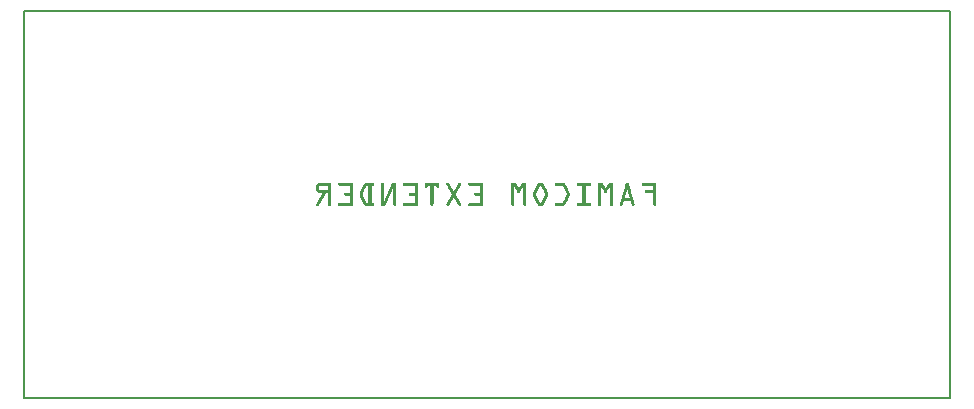
<source format=gbo>
G04 MADE WITH FRITZING*
G04 WWW.FRITZING.ORG*
G04 DOUBLE SIDED*
G04 HOLES PLATED*
G04 CONTOUR ON CENTER OF CONTOUR VECTOR*
%ASAXBY*%
%FSLAX23Y23*%
%MOIN*%
%OFA0B0*%
%SFA1.0B1.0*%
%ADD10R,3.094490X1.299210X3.078490X1.283210*%
%ADD11C,0.008000*%
%ADD12R,0.001000X0.001000*%
%LNSILK0*%
G90*
G70*
G54D11*
X4Y1295D02*
X3090Y1295D01*
X3090Y4D01*
X4Y4D01*
X4Y1295D01*
D02*
G54D12*
X992Y722D02*
X1025Y722D01*
X1054Y722D02*
X1098Y722D01*
X1147Y722D02*
X1166Y722D01*
X1231Y722D02*
X1242Y722D01*
X1271Y722D02*
X1315Y722D01*
X1339Y722D02*
X1387Y722D01*
X1488Y722D02*
X1531Y722D01*
X1628Y722D02*
X1639Y722D01*
X1665Y722D02*
X1676Y722D01*
X1724Y722D02*
X1724Y722D01*
X1777Y722D02*
X1795Y722D01*
X1850Y722D02*
X1888Y722D01*
X1917Y722D02*
X1928Y722D01*
X1954Y722D02*
X1965Y722D01*
X2066Y722D02*
X2110Y722D01*
X987Y721D02*
X1026Y721D01*
X1052Y721D02*
X1098Y721D01*
X1143Y721D02*
X1168Y721D01*
X1196Y721D02*
X1201Y721D01*
X1230Y721D02*
X1243Y721D01*
X1268Y721D02*
X1315Y721D01*
X1339Y721D02*
X1387Y721D01*
X1413Y721D02*
X1418Y721D01*
X1453Y721D02*
X1458Y721D01*
X1485Y721D02*
X1532Y721D01*
X1628Y721D02*
X1640Y721D01*
X1664Y721D02*
X1676Y721D01*
X1720Y721D02*
X1729Y721D01*
X1774Y721D02*
X1801Y721D01*
X1847Y721D02*
X1891Y721D01*
X1917Y721D02*
X1929Y721D01*
X1953Y721D02*
X1966Y721D01*
X2011Y721D02*
X2016Y721D01*
X2064Y721D02*
X2110Y721D01*
X985Y720D02*
X1026Y720D01*
X1051Y720D02*
X1098Y720D01*
X1140Y720D02*
X1169Y720D01*
X1195Y720D02*
X1202Y720D01*
X1230Y720D02*
X1243Y720D01*
X1267Y720D02*
X1315Y720D01*
X1339Y720D02*
X1387Y720D01*
X1412Y720D02*
X1419Y720D01*
X1452Y720D02*
X1459Y720D01*
X1484Y720D02*
X1532Y720D01*
X1628Y720D02*
X1641Y720D01*
X1663Y720D02*
X1676Y720D01*
X1718Y720D02*
X1731Y720D01*
X1773Y720D02*
X1803Y720D01*
X1846Y720D02*
X1892Y720D01*
X1917Y720D02*
X1930Y720D01*
X1953Y720D02*
X1966Y720D01*
X2010Y720D02*
X2017Y720D01*
X2063Y720D02*
X2110Y720D01*
X983Y719D02*
X1026Y719D01*
X1050Y719D02*
X1098Y719D01*
X1139Y719D02*
X1170Y719D01*
X1194Y719D02*
X1203Y719D01*
X1229Y719D02*
X1243Y719D01*
X1267Y719D02*
X1315Y719D01*
X1339Y719D02*
X1387Y719D01*
X1411Y719D02*
X1420Y719D01*
X1451Y719D02*
X1459Y719D01*
X1484Y719D02*
X1532Y719D01*
X1628Y719D02*
X1641Y719D01*
X1663Y719D02*
X1676Y719D01*
X1717Y719D02*
X1732Y719D01*
X1773Y719D02*
X1804Y719D01*
X1845Y719D02*
X1893Y719D01*
X1917Y719D02*
X1931Y719D01*
X1952Y719D02*
X1966Y719D01*
X2009Y719D02*
X2018Y719D01*
X2062Y719D02*
X2110Y719D01*
X982Y718D02*
X1026Y718D01*
X1050Y718D02*
X1098Y718D01*
X1138Y718D02*
X1170Y718D01*
X1194Y718D02*
X1203Y718D01*
X1229Y718D02*
X1243Y718D01*
X1266Y718D02*
X1315Y718D01*
X1339Y718D02*
X1387Y718D01*
X1411Y718D02*
X1420Y718D01*
X1450Y718D02*
X1459Y718D01*
X1483Y718D02*
X1532Y718D01*
X1628Y718D02*
X1642Y718D01*
X1662Y718D02*
X1676Y718D01*
X1716Y718D02*
X1733Y718D01*
X1772Y718D02*
X1805Y718D01*
X1845Y718D02*
X1893Y718D01*
X1917Y718D02*
X1931Y718D01*
X1951Y718D02*
X1966Y718D01*
X2009Y718D02*
X2018Y718D01*
X2062Y718D02*
X2110Y718D01*
X981Y717D02*
X1026Y717D01*
X1049Y717D02*
X1098Y717D01*
X1137Y717D02*
X1170Y717D01*
X1194Y717D02*
X1203Y717D01*
X1228Y717D02*
X1243Y717D01*
X1266Y717D02*
X1315Y717D01*
X1339Y717D02*
X1387Y717D01*
X1411Y717D02*
X1421Y717D01*
X1450Y717D02*
X1460Y717D01*
X1483Y717D02*
X1532Y717D01*
X1628Y717D02*
X1643Y717D01*
X1661Y717D02*
X1676Y717D01*
X1715Y717D02*
X1734Y717D01*
X1772Y717D02*
X1806Y717D01*
X1845Y717D02*
X1893Y717D01*
X1917Y717D02*
X1932Y717D01*
X1950Y717D02*
X1966Y717D01*
X2009Y717D02*
X2018Y717D01*
X2061Y717D02*
X2110Y717D01*
X980Y716D02*
X1026Y716D01*
X1050Y716D02*
X1098Y716D01*
X1136Y716D02*
X1170Y716D01*
X1194Y716D02*
X1203Y716D01*
X1228Y716D02*
X1243Y716D01*
X1266Y716D02*
X1315Y716D01*
X1339Y716D02*
X1387Y716D01*
X1411Y716D02*
X1421Y716D01*
X1449Y716D02*
X1460Y716D01*
X1483Y716D02*
X1532Y716D01*
X1628Y716D02*
X1644Y716D01*
X1661Y716D02*
X1676Y716D01*
X1714Y716D02*
X1735Y716D01*
X1772Y716D02*
X1807Y716D01*
X1845Y716D02*
X1893Y716D01*
X1917Y716D02*
X1933Y716D01*
X1950Y716D02*
X1966Y716D01*
X2008Y716D02*
X2019Y716D01*
X2062Y716D02*
X2110Y716D01*
X980Y715D02*
X1026Y715D01*
X1050Y715D02*
X1098Y715D01*
X1135Y715D02*
X1170Y715D01*
X1194Y715D02*
X1203Y715D01*
X1227Y715D02*
X1243Y715D01*
X1267Y715D02*
X1315Y715D01*
X1339Y715D02*
X1387Y715D01*
X1411Y715D02*
X1422Y715D01*
X1449Y715D02*
X1459Y715D01*
X1484Y715D02*
X1532Y715D01*
X1628Y715D02*
X1644Y715D01*
X1660Y715D02*
X1676Y715D01*
X1713Y715D02*
X1736Y715D01*
X1773Y715D02*
X1808Y715D01*
X1845Y715D02*
X1893Y715D01*
X1917Y715D02*
X1933Y715D01*
X1949Y715D02*
X1966Y715D01*
X2008Y715D02*
X2019Y715D01*
X2062Y715D02*
X2110Y715D01*
X979Y714D02*
X1026Y714D01*
X1051Y714D02*
X1098Y714D01*
X1135Y714D02*
X1169Y714D01*
X1194Y714D02*
X1203Y714D01*
X1227Y714D02*
X1243Y714D01*
X1267Y714D02*
X1315Y714D01*
X1339Y714D02*
X1387Y714D01*
X1412Y714D02*
X1423Y714D01*
X1448Y714D02*
X1459Y714D01*
X1484Y714D02*
X1532Y714D01*
X1628Y714D02*
X1645Y714D01*
X1659Y714D02*
X1676Y714D01*
X1713Y714D02*
X1736Y714D01*
X1773Y714D02*
X1808Y714D01*
X1846Y714D02*
X1892Y714D01*
X1917Y714D02*
X1934Y714D01*
X1948Y714D02*
X1966Y714D01*
X2008Y714D02*
X2019Y714D01*
X2063Y714D02*
X2110Y714D01*
X978Y713D02*
X1026Y713D01*
X1052Y713D02*
X1098Y713D01*
X1134Y713D02*
X1168Y713D01*
X1194Y713D02*
X1203Y713D01*
X1227Y713D02*
X1243Y713D01*
X1268Y713D02*
X1315Y713D01*
X1339Y713D02*
X1387Y713D01*
X1412Y713D02*
X1423Y713D01*
X1447Y713D02*
X1458Y713D01*
X1485Y713D02*
X1532Y713D01*
X1628Y713D02*
X1646Y713D01*
X1659Y713D02*
X1676Y713D01*
X1712Y713D02*
X1737Y713D01*
X1774Y713D02*
X1809Y713D01*
X1847Y713D02*
X1891Y713D01*
X1917Y713D02*
X1935Y713D01*
X1948Y713D02*
X1966Y713D01*
X2008Y713D02*
X2019Y713D01*
X2064Y713D02*
X2110Y713D01*
X978Y712D02*
X1026Y712D01*
X1054Y712D02*
X1098Y712D01*
X1134Y712D02*
X1166Y712D01*
X1194Y712D02*
X1203Y712D01*
X1226Y712D02*
X1243Y712D01*
X1271Y712D02*
X1315Y712D01*
X1339Y712D02*
X1387Y712D01*
X1413Y712D02*
X1424Y712D01*
X1447Y712D02*
X1458Y712D01*
X1488Y712D02*
X1532Y712D01*
X1628Y712D02*
X1646Y712D01*
X1658Y712D02*
X1676Y712D01*
X1712Y712D02*
X1737Y712D01*
X1777Y712D02*
X1809Y712D01*
X1849Y712D02*
X1889Y712D01*
X1917Y712D02*
X1936Y712D01*
X1947Y712D02*
X1966Y712D01*
X2007Y712D02*
X2020Y712D01*
X2066Y712D02*
X2110Y712D01*
X978Y711D02*
X989Y711D01*
X1017Y711D02*
X1026Y711D01*
X1089Y711D02*
X1098Y711D01*
X1133Y711D02*
X1144Y711D01*
X1151Y711D02*
X1161Y711D01*
X1194Y711D02*
X1203Y711D01*
X1226Y711D02*
X1243Y711D01*
X1306Y711D02*
X1315Y711D01*
X1339Y711D02*
X1348Y711D01*
X1358Y711D02*
X1368Y711D01*
X1378Y711D02*
X1387Y711D01*
X1414Y711D02*
X1424Y711D01*
X1446Y711D02*
X1457Y711D01*
X1523Y711D02*
X1532Y711D01*
X1628Y711D02*
X1647Y711D01*
X1657Y711D02*
X1676Y711D01*
X1711Y711D02*
X1722Y711D01*
X1727Y711D02*
X1738Y711D01*
X1799Y711D02*
X1810Y711D01*
X1864Y711D02*
X1874Y711D01*
X1917Y711D02*
X1936Y711D01*
X1946Y711D02*
X1966Y711D01*
X2007Y711D02*
X2020Y711D01*
X2101Y711D02*
X2110Y711D01*
X977Y710D02*
X987Y710D01*
X1017Y710D02*
X1026Y710D01*
X1089Y710D02*
X1098Y710D01*
X1133Y710D02*
X1143Y710D01*
X1151Y710D02*
X1161Y710D01*
X1194Y710D02*
X1203Y710D01*
X1225Y710D02*
X1243Y710D01*
X1306Y710D02*
X1315Y710D01*
X1339Y710D02*
X1348Y710D01*
X1358Y710D02*
X1368Y710D01*
X1378Y710D02*
X1387Y710D01*
X1414Y710D02*
X1425Y710D01*
X1446Y710D02*
X1456Y710D01*
X1523Y710D02*
X1532Y710D01*
X1628Y710D02*
X1648Y710D01*
X1656Y710D02*
X1676Y710D01*
X1711Y710D02*
X1721Y710D01*
X1728Y710D02*
X1738Y710D01*
X1800Y710D02*
X1810Y710D01*
X1864Y710D02*
X1874Y710D01*
X1917Y710D02*
X1937Y710D01*
X1946Y710D02*
X1966Y710D01*
X2007Y710D02*
X2020Y710D01*
X2101Y710D02*
X2110Y710D01*
X977Y709D02*
X987Y709D01*
X1017Y709D02*
X1026Y709D01*
X1089Y709D02*
X1098Y709D01*
X1132Y709D02*
X1142Y709D01*
X1151Y709D02*
X1161Y709D01*
X1194Y709D02*
X1203Y709D01*
X1225Y709D02*
X1243Y709D01*
X1306Y709D02*
X1315Y709D01*
X1339Y709D02*
X1348Y709D01*
X1358Y709D02*
X1368Y709D01*
X1378Y709D02*
X1387Y709D01*
X1415Y709D02*
X1425Y709D01*
X1445Y709D02*
X1456Y709D01*
X1523Y709D02*
X1532Y709D01*
X1628Y709D02*
X1648Y709D01*
X1656Y709D02*
X1676Y709D01*
X1710Y709D02*
X1721Y709D01*
X1728Y709D02*
X1739Y709D01*
X1800Y709D02*
X1811Y709D01*
X1864Y709D02*
X1874Y709D01*
X1917Y709D02*
X1938Y709D01*
X1945Y709D02*
X1966Y709D01*
X2006Y709D02*
X2021Y709D01*
X2101Y709D02*
X2110Y709D01*
X977Y708D02*
X986Y708D01*
X1017Y708D02*
X1026Y708D01*
X1089Y708D02*
X1098Y708D01*
X1132Y708D02*
X1142Y708D01*
X1151Y708D02*
X1161Y708D01*
X1194Y708D02*
X1203Y708D01*
X1224Y708D02*
X1243Y708D01*
X1306Y708D02*
X1315Y708D01*
X1339Y708D02*
X1348Y708D01*
X1358Y708D02*
X1368Y708D01*
X1378Y708D02*
X1387Y708D01*
X1415Y708D02*
X1426Y708D01*
X1444Y708D02*
X1455Y708D01*
X1523Y708D02*
X1532Y708D01*
X1628Y708D02*
X1649Y708D01*
X1655Y708D02*
X1676Y708D01*
X1710Y708D02*
X1720Y708D01*
X1729Y708D02*
X1739Y708D01*
X1801Y708D02*
X1811Y708D01*
X1864Y708D02*
X1874Y708D01*
X1917Y708D02*
X1938Y708D01*
X1944Y708D02*
X1966Y708D01*
X2006Y708D02*
X2021Y708D01*
X2101Y708D02*
X2110Y708D01*
X977Y707D02*
X986Y707D01*
X1017Y707D02*
X1026Y707D01*
X1089Y707D02*
X1098Y707D01*
X1131Y707D02*
X1141Y707D01*
X1151Y707D02*
X1161Y707D01*
X1194Y707D02*
X1203Y707D01*
X1224Y707D02*
X1243Y707D01*
X1306Y707D02*
X1315Y707D01*
X1339Y707D02*
X1347Y707D01*
X1358Y707D02*
X1368Y707D01*
X1379Y707D02*
X1387Y707D01*
X1416Y707D02*
X1427Y707D01*
X1444Y707D02*
X1455Y707D01*
X1523Y707D02*
X1532Y707D01*
X1628Y707D02*
X1637Y707D01*
X1639Y707D02*
X1650Y707D01*
X1654Y707D02*
X1676Y707D01*
X1709Y707D02*
X1720Y707D01*
X1729Y707D02*
X1740Y707D01*
X1801Y707D02*
X1812Y707D01*
X1864Y707D02*
X1874Y707D01*
X1917Y707D02*
X1926Y707D01*
X1928Y707D02*
X1939Y707D01*
X1943Y707D02*
X1966Y707D01*
X2006Y707D02*
X2021Y707D01*
X2101Y707D02*
X2110Y707D01*
X977Y706D02*
X986Y706D01*
X1017Y706D02*
X1026Y706D01*
X1089Y706D02*
X1098Y706D01*
X1131Y706D02*
X1141Y706D01*
X1151Y706D02*
X1161Y706D01*
X1194Y706D02*
X1203Y706D01*
X1223Y706D02*
X1243Y706D01*
X1306Y706D02*
X1315Y706D01*
X1339Y706D02*
X1347Y706D01*
X1358Y706D02*
X1368Y706D01*
X1379Y706D02*
X1387Y706D01*
X1416Y706D02*
X1427Y706D01*
X1443Y706D02*
X1454Y706D01*
X1523Y706D02*
X1532Y706D01*
X1628Y706D02*
X1637Y706D01*
X1639Y706D02*
X1651Y706D01*
X1654Y706D02*
X1665Y706D01*
X1667Y706D02*
X1676Y706D01*
X1709Y706D02*
X1719Y706D01*
X1730Y706D02*
X1740Y706D01*
X1802Y706D02*
X1812Y706D01*
X1864Y706D02*
X1874Y706D01*
X1917Y706D02*
X1926Y706D01*
X1928Y706D02*
X1940Y706D01*
X1943Y706D02*
X1954Y706D01*
X1957Y706D02*
X1966Y706D01*
X2006Y706D02*
X2022Y706D01*
X2101Y706D02*
X2110Y706D01*
X977Y705D02*
X986Y705D01*
X1017Y705D02*
X1026Y705D01*
X1089Y705D02*
X1098Y705D01*
X1130Y705D02*
X1140Y705D01*
X1151Y705D02*
X1161Y705D01*
X1194Y705D02*
X1203Y705D01*
X1223Y705D02*
X1243Y705D01*
X1306Y705D02*
X1315Y705D01*
X1340Y705D02*
X1346Y705D01*
X1358Y705D02*
X1368Y705D01*
X1380Y705D02*
X1386Y705D01*
X1417Y705D02*
X1428Y705D01*
X1443Y705D02*
X1453Y705D01*
X1523Y705D02*
X1532Y705D01*
X1628Y705D02*
X1637Y705D01*
X1640Y705D02*
X1651Y705D01*
X1653Y705D02*
X1664Y705D01*
X1667Y705D02*
X1676Y705D01*
X1708Y705D02*
X1719Y705D01*
X1730Y705D02*
X1741Y705D01*
X1802Y705D02*
X1813Y705D01*
X1864Y705D02*
X1874Y705D01*
X1917Y705D02*
X1926Y705D01*
X1929Y705D02*
X1940Y705D01*
X1942Y705D02*
X1953Y705D01*
X1957Y705D02*
X1966Y705D01*
X2005Y705D02*
X2022Y705D01*
X2101Y705D02*
X2110Y705D01*
X977Y704D02*
X986Y704D01*
X1017Y704D02*
X1026Y704D01*
X1089Y704D02*
X1098Y704D01*
X1130Y704D02*
X1140Y704D01*
X1151Y704D02*
X1161Y704D01*
X1194Y704D02*
X1203Y704D01*
X1223Y704D02*
X1243Y704D01*
X1306Y704D02*
X1315Y704D01*
X1341Y704D02*
X1345Y704D01*
X1358Y704D02*
X1368Y704D01*
X1381Y704D02*
X1384Y704D01*
X1418Y704D02*
X1428Y704D01*
X1442Y704D02*
X1453Y704D01*
X1523Y704D02*
X1532Y704D01*
X1628Y704D02*
X1637Y704D01*
X1641Y704D02*
X1664Y704D01*
X1667Y704D02*
X1676Y704D01*
X1708Y704D02*
X1718Y704D01*
X1731Y704D02*
X1741Y704D01*
X1803Y704D02*
X1813Y704D01*
X1864Y704D02*
X1874Y704D01*
X1917Y704D02*
X1926Y704D01*
X1930Y704D02*
X1953Y704D01*
X1957Y704D02*
X1966Y704D01*
X2005Y704D02*
X2022Y704D01*
X2101Y704D02*
X2110Y704D01*
X977Y703D02*
X986Y703D01*
X1017Y703D02*
X1026Y703D01*
X1089Y703D02*
X1098Y703D01*
X1129Y703D02*
X1139Y703D01*
X1151Y703D02*
X1161Y703D01*
X1194Y703D02*
X1203Y703D01*
X1222Y703D02*
X1243Y703D01*
X1306Y703D02*
X1315Y703D01*
X1358Y703D02*
X1368Y703D01*
X1418Y703D02*
X1429Y703D01*
X1442Y703D02*
X1452Y703D01*
X1523Y703D02*
X1532Y703D01*
X1628Y703D02*
X1637Y703D01*
X1641Y703D02*
X1663Y703D01*
X1667Y703D02*
X1676Y703D01*
X1707Y703D02*
X1718Y703D01*
X1731Y703D02*
X1742Y703D01*
X1803Y703D02*
X1814Y703D01*
X1864Y703D02*
X1874Y703D01*
X1917Y703D02*
X1926Y703D01*
X1931Y703D02*
X1952Y703D01*
X1957Y703D02*
X1966Y703D01*
X2005Y703D02*
X2022Y703D01*
X2101Y703D02*
X2110Y703D01*
X977Y702D02*
X986Y702D01*
X1017Y702D02*
X1026Y702D01*
X1089Y702D02*
X1098Y702D01*
X1129Y702D02*
X1139Y702D01*
X1151Y702D02*
X1161Y702D01*
X1194Y702D02*
X1203Y702D01*
X1222Y702D02*
X1232Y702D01*
X1234Y702D02*
X1243Y702D01*
X1306Y702D02*
X1315Y702D01*
X1358Y702D02*
X1368Y702D01*
X1419Y702D02*
X1430Y702D01*
X1441Y702D02*
X1452Y702D01*
X1523Y702D02*
X1532Y702D01*
X1628Y702D02*
X1637Y702D01*
X1642Y702D02*
X1662Y702D01*
X1667Y702D02*
X1676Y702D01*
X1707Y702D02*
X1717Y702D01*
X1732Y702D02*
X1742Y702D01*
X1804Y702D02*
X1814Y702D01*
X1864Y702D02*
X1874Y702D01*
X1917Y702D02*
X1926Y702D01*
X1931Y702D02*
X1951Y702D01*
X1957Y702D02*
X1966Y702D01*
X2004Y702D02*
X2023Y702D01*
X2101Y702D02*
X2110Y702D01*
X977Y701D02*
X986Y701D01*
X1017Y701D02*
X1026Y701D01*
X1089Y701D02*
X1098Y701D01*
X1128Y701D02*
X1138Y701D01*
X1151Y701D02*
X1161Y701D01*
X1194Y701D02*
X1203Y701D01*
X1221Y701D02*
X1231Y701D01*
X1234Y701D02*
X1243Y701D01*
X1306Y701D02*
X1315Y701D01*
X1358Y701D02*
X1368Y701D01*
X1419Y701D02*
X1430Y701D01*
X1440Y701D02*
X1451Y701D01*
X1523Y701D02*
X1532Y701D01*
X1628Y701D02*
X1637Y701D01*
X1643Y701D02*
X1661Y701D01*
X1667Y701D02*
X1676Y701D01*
X1706Y701D02*
X1717Y701D01*
X1732Y701D02*
X1743Y701D01*
X1804Y701D02*
X1815Y701D01*
X1864Y701D02*
X1874Y701D01*
X1917Y701D02*
X1926Y701D01*
X1932Y701D02*
X1951Y701D01*
X1957Y701D02*
X1966Y701D01*
X2004Y701D02*
X2023Y701D01*
X2101Y701D02*
X2110Y701D01*
X977Y700D02*
X987Y700D01*
X1017Y700D02*
X1026Y700D01*
X1089Y700D02*
X1098Y700D01*
X1128Y700D02*
X1138Y700D01*
X1151Y700D02*
X1161Y700D01*
X1194Y700D02*
X1203Y700D01*
X1221Y700D02*
X1231Y700D01*
X1234Y700D02*
X1243Y700D01*
X1306Y700D02*
X1315Y700D01*
X1358Y700D02*
X1368Y700D01*
X1420Y700D02*
X1431Y700D01*
X1440Y700D02*
X1451Y700D01*
X1523Y700D02*
X1532Y700D01*
X1628Y700D02*
X1637Y700D01*
X1643Y700D02*
X1661Y700D01*
X1667Y700D02*
X1676Y700D01*
X1706Y700D02*
X1716Y700D01*
X1733Y700D02*
X1743Y700D01*
X1805Y700D02*
X1815Y700D01*
X1864Y700D02*
X1874Y700D01*
X1917Y700D02*
X1926Y700D01*
X1933Y700D02*
X1950Y700D01*
X1957Y700D02*
X1966Y700D01*
X2004Y700D02*
X2023Y700D01*
X2101Y700D02*
X2110Y700D01*
X977Y699D02*
X987Y699D01*
X1017Y699D02*
X1026Y699D01*
X1089Y699D02*
X1098Y699D01*
X1127Y699D02*
X1137Y699D01*
X1151Y699D02*
X1161Y699D01*
X1194Y699D02*
X1203Y699D01*
X1220Y699D02*
X1230Y699D01*
X1234Y699D02*
X1243Y699D01*
X1306Y699D02*
X1315Y699D01*
X1358Y699D02*
X1368Y699D01*
X1421Y699D02*
X1431Y699D01*
X1439Y699D02*
X1450Y699D01*
X1523Y699D02*
X1532Y699D01*
X1628Y699D02*
X1637Y699D01*
X1644Y699D02*
X1660Y699D01*
X1667Y699D02*
X1676Y699D01*
X1705Y699D02*
X1716Y699D01*
X1733Y699D02*
X1744Y699D01*
X1805Y699D02*
X1816Y699D01*
X1864Y699D02*
X1874Y699D01*
X1917Y699D02*
X1926Y699D01*
X1933Y699D02*
X1949Y699D01*
X1957Y699D02*
X1966Y699D01*
X2004Y699D02*
X2024Y699D01*
X2101Y699D02*
X2110Y699D01*
X978Y698D02*
X988Y698D01*
X1017Y698D02*
X1026Y698D01*
X1089Y698D02*
X1098Y698D01*
X1127Y698D02*
X1137Y698D01*
X1151Y698D02*
X1161Y698D01*
X1194Y698D02*
X1203Y698D01*
X1220Y698D02*
X1230Y698D01*
X1234Y698D02*
X1243Y698D01*
X1306Y698D02*
X1315Y698D01*
X1358Y698D02*
X1368Y698D01*
X1421Y698D02*
X1432Y698D01*
X1439Y698D02*
X1449Y698D01*
X1523Y698D02*
X1532Y698D01*
X1628Y698D02*
X1637Y698D01*
X1645Y698D02*
X1659Y698D01*
X1667Y698D02*
X1676Y698D01*
X1705Y698D02*
X1715Y698D01*
X1734Y698D02*
X1744Y698D01*
X1806Y698D02*
X1816Y698D01*
X1864Y698D02*
X1874Y698D01*
X1917Y698D02*
X1926Y698D01*
X1934Y698D02*
X1949Y698D01*
X1957Y698D02*
X1966Y698D01*
X2003Y698D02*
X2024Y698D01*
X2101Y698D02*
X2110Y698D01*
X978Y697D02*
X989Y697D01*
X1017Y697D02*
X1026Y697D01*
X1089Y697D02*
X1098Y697D01*
X1126Y697D02*
X1136Y697D01*
X1151Y697D02*
X1161Y697D01*
X1194Y697D02*
X1203Y697D01*
X1219Y697D02*
X1230Y697D01*
X1234Y697D02*
X1243Y697D01*
X1306Y697D02*
X1315Y697D01*
X1358Y697D02*
X1368Y697D01*
X1422Y697D02*
X1432Y697D01*
X1438Y697D02*
X1449Y697D01*
X1523Y697D02*
X1532Y697D01*
X1628Y697D02*
X1637Y697D01*
X1646Y697D02*
X1659Y697D01*
X1667Y697D02*
X1676Y697D01*
X1704Y697D02*
X1715Y697D01*
X1734Y697D02*
X1745Y697D01*
X1807Y697D02*
X1817Y697D01*
X1864Y697D02*
X1874Y697D01*
X1917Y697D02*
X1926Y697D01*
X1935Y697D02*
X1948Y697D01*
X1957Y697D02*
X1966Y697D01*
X2003Y697D02*
X2013Y697D01*
X2015Y697D02*
X2024Y697D01*
X2101Y697D02*
X2110Y697D01*
X978Y696D02*
X1026Y696D01*
X1089Y696D02*
X1098Y696D01*
X1126Y696D02*
X1136Y696D01*
X1151Y696D02*
X1161Y696D01*
X1194Y696D02*
X1203Y696D01*
X1219Y696D02*
X1229Y696D01*
X1234Y696D02*
X1243Y696D01*
X1306Y696D02*
X1315Y696D01*
X1358Y696D02*
X1368Y696D01*
X1422Y696D02*
X1433Y696D01*
X1437Y696D02*
X1448Y696D01*
X1523Y696D02*
X1532Y696D01*
X1628Y696D02*
X1637Y696D01*
X1646Y696D02*
X1658Y696D01*
X1667Y696D02*
X1676Y696D01*
X1704Y696D02*
X1714Y696D01*
X1735Y696D02*
X1745Y696D01*
X1807Y696D02*
X1817Y696D01*
X1864Y696D02*
X1874Y696D01*
X1917Y696D02*
X1926Y696D01*
X1935Y696D02*
X1947Y696D01*
X1957Y696D02*
X1966Y696D01*
X2003Y696D02*
X2012Y696D01*
X2015Y696D02*
X2024Y696D01*
X2074Y696D02*
X2110Y696D01*
X979Y695D02*
X1026Y695D01*
X1089Y695D02*
X1098Y695D01*
X1125Y695D02*
X1135Y695D01*
X1151Y695D02*
X1161Y695D01*
X1194Y695D02*
X1203Y695D01*
X1219Y695D02*
X1229Y695D01*
X1234Y695D02*
X1243Y695D01*
X1306Y695D02*
X1315Y695D01*
X1358Y695D02*
X1368Y695D01*
X1423Y695D02*
X1434Y695D01*
X1437Y695D02*
X1448Y695D01*
X1523Y695D02*
X1532Y695D01*
X1628Y695D02*
X1637Y695D01*
X1647Y695D02*
X1657Y695D01*
X1667Y695D02*
X1676Y695D01*
X1703Y695D02*
X1714Y695D01*
X1735Y695D02*
X1746Y695D01*
X1808Y695D02*
X1818Y695D01*
X1864Y695D02*
X1874Y695D01*
X1917Y695D02*
X1926Y695D01*
X1936Y695D02*
X1946Y695D01*
X1957Y695D02*
X1966Y695D01*
X2002Y695D02*
X2012Y695D01*
X2015Y695D02*
X2025Y695D01*
X2073Y695D02*
X2110Y695D01*
X979Y694D02*
X1026Y694D01*
X1089Y694D02*
X1098Y694D01*
X1124Y694D02*
X1135Y694D01*
X1151Y694D02*
X1161Y694D01*
X1194Y694D02*
X1203Y694D01*
X1218Y694D02*
X1228Y694D01*
X1234Y694D02*
X1243Y694D01*
X1306Y694D02*
X1315Y694D01*
X1358Y694D02*
X1368Y694D01*
X1423Y694D02*
X1434Y694D01*
X1436Y694D02*
X1447Y694D01*
X1523Y694D02*
X1532Y694D01*
X1628Y694D02*
X1637Y694D01*
X1648Y694D02*
X1657Y694D01*
X1667Y694D02*
X1676Y694D01*
X1703Y694D02*
X1713Y694D01*
X1736Y694D02*
X1746Y694D01*
X1808Y694D02*
X1818Y694D01*
X1864Y694D02*
X1874Y694D01*
X1917Y694D02*
X1926Y694D01*
X1937Y694D02*
X1946Y694D01*
X1957Y694D02*
X1966Y694D01*
X2002Y694D02*
X2012Y694D01*
X2016Y694D02*
X2025Y694D01*
X2072Y694D02*
X2110Y694D01*
X980Y693D02*
X1026Y693D01*
X1089Y693D02*
X1098Y693D01*
X1124Y693D02*
X1134Y693D01*
X1151Y693D02*
X1161Y693D01*
X1194Y693D02*
X1203Y693D01*
X1218Y693D02*
X1228Y693D01*
X1234Y693D02*
X1243Y693D01*
X1306Y693D02*
X1315Y693D01*
X1358Y693D02*
X1368Y693D01*
X1424Y693D02*
X1446Y693D01*
X1523Y693D02*
X1532Y693D01*
X1628Y693D02*
X1637Y693D01*
X1648Y693D02*
X1657Y693D01*
X1667Y693D02*
X1676Y693D01*
X1702Y693D02*
X1713Y693D01*
X1736Y693D02*
X1746Y693D01*
X1809Y693D02*
X1819Y693D01*
X1864Y693D02*
X1874Y693D01*
X1917Y693D02*
X1926Y693D01*
X1937Y693D02*
X1946Y693D01*
X1957Y693D02*
X1966Y693D01*
X2002Y693D02*
X2011Y693D01*
X2016Y693D02*
X2025Y693D01*
X2072Y693D02*
X2110Y693D01*
X981Y692D02*
X1026Y692D01*
X1089Y692D02*
X1098Y692D01*
X1124Y692D02*
X1134Y692D01*
X1151Y692D02*
X1161Y692D01*
X1194Y692D02*
X1203Y692D01*
X1217Y692D02*
X1227Y692D01*
X1234Y692D02*
X1243Y692D01*
X1306Y692D02*
X1315Y692D01*
X1358Y692D02*
X1368Y692D01*
X1425Y692D02*
X1446Y692D01*
X1523Y692D02*
X1532Y692D01*
X1628Y692D02*
X1637Y692D01*
X1648Y692D02*
X1657Y692D01*
X1667Y692D02*
X1676Y692D01*
X1702Y692D02*
X1712Y692D01*
X1737Y692D02*
X1747Y692D01*
X1809Y692D02*
X1819Y692D01*
X1864Y692D02*
X1874Y692D01*
X1917Y692D02*
X1926Y692D01*
X1937Y692D02*
X1946Y692D01*
X1957Y692D02*
X1966Y692D01*
X2001Y692D02*
X2011Y692D01*
X2016Y692D02*
X2026Y692D01*
X2071Y692D02*
X2110Y692D01*
X982Y691D02*
X1026Y691D01*
X1089Y691D02*
X1098Y691D01*
X1123Y691D02*
X1133Y691D01*
X1151Y691D02*
X1161Y691D01*
X1194Y691D02*
X1203Y691D01*
X1217Y691D02*
X1227Y691D01*
X1234Y691D02*
X1243Y691D01*
X1306Y691D02*
X1315Y691D01*
X1358Y691D02*
X1368Y691D01*
X1425Y691D02*
X1445Y691D01*
X1523Y691D02*
X1532Y691D01*
X1628Y691D02*
X1637Y691D01*
X1648Y691D02*
X1657Y691D01*
X1667Y691D02*
X1676Y691D01*
X1701Y691D02*
X1712Y691D01*
X1737Y691D02*
X1747Y691D01*
X1810Y691D02*
X1820Y691D01*
X1864Y691D02*
X1874Y691D01*
X1917Y691D02*
X1926Y691D01*
X1937Y691D02*
X1946Y691D01*
X1957Y691D02*
X1966Y691D01*
X2001Y691D02*
X2011Y691D01*
X2016Y691D02*
X2026Y691D01*
X2071Y691D02*
X2110Y691D01*
X983Y690D02*
X1026Y690D01*
X1089Y690D02*
X1098Y690D01*
X1123Y690D02*
X1133Y690D01*
X1151Y690D02*
X1161Y690D01*
X1194Y690D02*
X1203Y690D01*
X1216Y690D02*
X1227Y690D01*
X1234Y690D02*
X1243Y690D01*
X1306Y690D02*
X1315Y690D01*
X1358Y690D02*
X1368Y690D01*
X1426Y690D02*
X1445Y690D01*
X1523Y690D02*
X1532Y690D01*
X1628Y690D02*
X1637Y690D01*
X1648Y690D02*
X1656Y690D01*
X1667Y690D02*
X1676Y690D01*
X1701Y690D02*
X1711Y690D01*
X1738Y690D02*
X1748Y690D01*
X1810Y690D02*
X1820Y690D01*
X1864Y690D02*
X1874Y690D01*
X1917Y690D02*
X1926Y690D01*
X1937Y690D02*
X1946Y690D01*
X1957Y690D02*
X1966Y690D01*
X2001Y690D02*
X2010Y690D01*
X2017Y690D02*
X2026Y690D01*
X2072Y690D02*
X2110Y690D01*
X984Y689D02*
X1026Y689D01*
X1089Y689D02*
X1098Y689D01*
X1123Y689D02*
X1132Y689D01*
X1151Y689D02*
X1161Y689D01*
X1194Y689D02*
X1203Y689D01*
X1216Y689D02*
X1226Y689D01*
X1234Y689D02*
X1243Y689D01*
X1306Y689D02*
X1315Y689D01*
X1358Y689D02*
X1368Y689D01*
X1426Y689D02*
X1444Y689D01*
X1523Y689D02*
X1532Y689D01*
X1628Y689D02*
X1637Y689D01*
X1648Y689D02*
X1656Y689D01*
X1667Y689D02*
X1676Y689D01*
X1701Y689D02*
X1711Y689D01*
X1738Y689D02*
X1748Y689D01*
X1811Y689D02*
X1820Y689D01*
X1864Y689D02*
X1874Y689D01*
X1917Y689D02*
X1926Y689D01*
X1937Y689D02*
X1945Y689D01*
X1957Y689D02*
X1966Y689D01*
X2001Y689D02*
X2010Y689D01*
X2017Y689D02*
X2027Y689D01*
X2072Y689D02*
X2110Y689D01*
X986Y688D02*
X1026Y688D01*
X1074Y688D02*
X1098Y688D01*
X1122Y688D02*
X1132Y688D01*
X1151Y688D02*
X1161Y688D01*
X1194Y688D02*
X1203Y688D01*
X1216Y688D02*
X1226Y688D01*
X1234Y688D02*
X1243Y688D01*
X1290Y688D02*
X1315Y688D01*
X1358Y688D02*
X1368Y688D01*
X1427Y688D02*
X1444Y688D01*
X1507Y688D02*
X1532Y688D01*
X1628Y688D02*
X1637Y688D01*
X1649Y688D02*
X1655Y688D01*
X1667Y688D02*
X1676Y688D01*
X1701Y688D02*
X1710Y688D01*
X1739Y688D02*
X1748Y688D01*
X1811Y688D02*
X1820Y688D01*
X1864Y688D02*
X1874Y688D01*
X1917Y688D02*
X1926Y688D01*
X1938Y688D02*
X1944Y688D01*
X1957Y688D02*
X1966Y688D01*
X2000Y688D02*
X2010Y688D01*
X2017Y688D02*
X2027Y688D01*
X2073Y688D02*
X2110Y688D01*
X988Y687D02*
X1026Y687D01*
X1071Y687D02*
X1098Y687D01*
X1122Y687D02*
X1132Y687D01*
X1151Y687D02*
X1161Y687D01*
X1194Y687D02*
X1203Y687D01*
X1215Y687D02*
X1225Y687D01*
X1234Y687D02*
X1243Y687D01*
X1288Y687D02*
X1315Y687D01*
X1358Y687D02*
X1368Y687D01*
X1428Y687D02*
X1443Y687D01*
X1505Y687D02*
X1532Y687D01*
X1628Y687D02*
X1637Y687D01*
X1650Y687D02*
X1654Y687D01*
X1667Y687D02*
X1676Y687D01*
X1700Y687D02*
X1710Y687D01*
X1739Y687D02*
X1748Y687D01*
X1811Y687D02*
X1821Y687D01*
X1864Y687D02*
X1874Y687D01*
X1917Y687D02*
X1926Y687D01*
X1940Y687D02*
X1943Y687D01*
X1957Y687D02*
X1966Y687D01*
X2000Y687D02*
X2010Y687D01*
X2018Y687D02*
X2027Y687D01*
X2074Y687D02*
X2110Y687D01*
X998Y686D02*
X1009Y686D01*
X1017Y686D02*
X1026Y686D01*
X1070Y686D02*
X1098Y686D01*
X1122Y686D02*
X1131Y686D01*
X1151Y686D02*
X1161Y686D01*
X1194Y686D02*
X1203Y686D01*
X1215Y686D02*
X1225Y686D01*
X1234Y686D02*
X1243Y686D01*
X1287Y686D02*
X1315Y686D01*
X1358Y686D02*
X1368Y686D01*
X1428Y686D02*
X1442Y686D01*
X1504Y686D02*
X1532Y686D01*
X1628Y686D02*
X1637Y686D01*
X1667Y686D02*
X1676Y686D01*
X1700Y686D02*
X1709Y686D01*
X1739Y686D02*
X1749Y686D01*
X1812Y686D02*
X1821Y686D01*
X1864Y686D02*
X1874Y686D01*
X1917Y686D02*
X1926Y686D01*
X1957Y686D02*
X1966Y686D01*
X2000Y686D02*
X2009Y686D01*
X2018Y686D02*
X2027Y686D01*
X2101Y686D02*
X2110Y686D01*
X997Y685D02*
X1008Y685D01*
X1017Y685D02*
X1026Y685D01*
X1070Y685D02*
X1098Y685D01*
X1122Y685D02*
X1131Y685D01*
X1151Y685D02*
X1161Y685D01*
X1194Y685D02*
X1203Y685D01*
X1214Y685D02*
X1224Y685D01*
X1234Y685D02*
X1243Y685D01*
X1287Y685D02*
X1315Y685D01*
X1358Y685D02*
X1368Y685D01*
X1429Y685D02*
X1442Y685D01*
X1503Y685D02*
X1532Y685D01*
X1628Y685D02*
X1637Y685D01*
X1667Y685D02*
X1676Y685D01*
X1700Y685D02*
X1709Y685D01*
X1739Y685D02*
X1749Y685D01*
X1812Y685D02*
X1821Y685D01*
X1864Y685D02*
X1874Y685D01*
X1917Y685D02*
X1926Y685D01*
X1957Y685D02*
X1966Y685D01*
X1999Y685D02*
X2009Y685D01*
X2018Y685D02*
X2028Y685D01*
X2101Y685D02*
X2110Y685D01*
X997Y684D02*
X1007Y684D01*
X1017Y684D02*
X1026Y684D01*
X1069Y684D02*
X1098Y684D01*
X1122Y684D02*
X1131Y684D01*
X1151Y684D02*
X1161Y684D01*
X1194Y684D02*
X1203Y684D01*
X1214Y684D02*
X1224Y684D01*
X1234Y684D02*
X1243Y684D01*
X1286Y684D02*
X1315Y684D01*
X1358Y684D02*
X1368Y684D01*
X1429Y684D02*
X1441Y684D01*
X1503Y684D02*
X1532Y684D01*
X1628Y684D02*
X1637Y684D01*
X1667Y684D02*
X1676Y684D01*
X1700Y684D02*
X1709Y684D01*
X1740Y684D02*
X1749Y684D01*
X1812Y684D02*
X1821Y684D01*
X1864Y684D02*
X1874Y684D01*
X1917Y684D02*
X1926Y684D01*
X1957Y684D02*
X1966Y684D01*
X1999Y684D02*
X2009Y684D01*
X2018Y684D02*
X2028Y684D01*
X2101Y684D02*
X2110Y684D01*
X996Y683D02*
X1007Y683D01*
X1017Y683D02*
X1026Y683D01*
X1069Y683D02*
X1098Y683D01*
X1122Y683D02*
X1131Y683D01*
X1151Y683D02*
X1161Y683D01*
X1194Y683D02*
X1203Y683D01*
X1213Y683D02*
X1223Y683D01*
X1234Y683D02*
X1243Y683D01*
X1286Y683D02*
X1315Y683D01*
X1358Y683D02*
X1368Y683D01*
X1430Y683D02*
X1441Y683D01*
X1503Y683D02*
X1532Y683D01*
X1628Y683D02*
X1637Y683D01*
X1667Y683D02*
X1676Y683D01*
X1700Y683D02*
X1709Y683D01*
X1740Y683D02*
X1749Y683D01*
X1812Y683D02*
X1821Y683D01*
X1864Y683D02*
X1874Y683D01*
X1917Y683D02*
X1926Y683D01*
X1957Y683D02*
X1966Y683D01*
X1999Y683D02*
X2008Y683D01*
X2019Y683D02*
X2028Y683D01*
X2101Y683D02*
X2110Y683D01*
X996Y682D02*
X1006Y682D01*
X1017Y682D02*
X1026Y682D01*
X1069Y682D02*
X1098Y682D01*
X1122Y682D02*
X1131Y682D01*
X1151Y682D02*
X1161Y682D01*
X1194Y682D02*
X1203Y682D01*
X1213Y682D02*
X1223Y682D01*
X1234Y682D02*
X1243Y682D01*
X1286Y682D02*
X1315Y682D01*
X1358Y682D02*
X1368Y682D01*
X1429Y682D02*
X1441Y682D01*
X1503Y682D02*
X1532Y682D01*
X1628Y682D02*
X1637Y682D01*
X1667Y682D02*
X1676Y682D01*
X1700Y682D02*
X1709Y682D01*
X1740Y682D02*
X1749Y682D01*
X1812Y682D02*
X1821Y682D01*
X1864Y682D02*
X1874Y682D01*
X1917Y682D02*
X1926Y682D01*
X1957Y682D02*
X1966Y682D01*
X1999Y682D02*
X2008Y682D01*
X2019Y682D02*
X2029Y682D01*
X2101Y682D02*
X2110Y682D01*
X995Y681D02*
X1006Y681D01*
X1017Y681D02*
X1026Y681D01*
X1070Y681D02*
X1098Y681D01*
X1122Y681D02*
X1131Y681D01*
X1151Y681D02*
X1161Y681D01*
X1194Y681D02*
X1203Y681D01*
X1212Y681D02*
X1223Y681D01*
X1234Y681D02*
X1243Y681D01*
X1287Y681D02*
X1315Y681D01*
X1358Y681D02*
X1368Y681D01*
X1429Y681D02*
X1442Y681D01*
X1504Y681D02*
X1532Y681D01*
X1628Y681D02*
X1637Y681D01*
X1667Y681D02*
X1676Y681D01*
X1700Y681D02*
X1709Y681D01*
X1739Y681D02*
X1749Y681D01*
X1812Y681D02*
X1821Y681D01*
X1864Y681D02*
X1874Y681D01*
X1917Y681D02*
X1926Y681D01*
X1957Y681D02*
X1966Y681D01*
X1998Y681D02*
X2008Y681D01*
X2019Y681D02*
X2029Y681D01*
X2101Y681D02*
X2110Y681D01*
X994Y680D02*
X1005Y680D01*
X1017Y680D02*
X1026Y680D01*
X1070Y680D02*
X1098Y680D01*
X1122Y680D02*
X1131Y680D01*
X1151Y680D02*
X1161Y680D01*
X1194Y680D02*
X1203Y680D01*
X1212Y680D02*
X1222Y680D01*
X1234Y680D02*
X1243Y680D01*
X1287Y680D02*
X1315Y680D01*
X1358Y680D02*
X1368Y680D01*
X1428Y680D02*
X1442Y680D01*
X1504Y680D02*
X1532Y680D01*
X1628Y680D02*
X1637Y680D01*
X1667Y680D02*
X1676Y680D01*
X1700Y680D02*
X1710Y680D01*
X1739Y680D02*
X1749Y680D01*
X1812Y680D02*
X1821Y680D01*
X1864Y680D02*
X1874Y680D01*
X1917Y680D02*
X1926Y680D01*
X1957Y680D02*
X1966Y680D01*
X1998Y680D02*
X2008Y680D01*
X2020Y680D02*
X2029Y680D01*
X2101Y680D02*
X2110Y680D01*
X994Y679D02*
X1005Y679D01*
X1017Y679D02*
X1026Y679D01*
X1072Y679D02*
X1098Y679D01*
X1122Y679D02*
X1132Y679D01*
X1151Y679D02*
X1161Y679D01*
X1194Y679D02*
X1203Y679D01*
X1212Y679D02*
X1222Y679D01*
X1234Y679D02*
X1243Y679D01*
X1288Y679D02*
X1315Y679D01*
X1358Y679D02*
X1368Y679D01*
X1428Y679D02*
X1443Y679D01*
X1505Y679D02*
X1532Y679D01*
X1628Y679D02*
X1637Y679D01*
X1667Y679D02*
X1676Y679D01*
X1700Y679D02*
X1710Y679D01*
X1739Y679D02*
X1748Y679D01*
X1811Y679D02*
X1821Y679D01*
X1864Y679D02*
X1874Y679D01*
X1917Y679D02*
X1926Y679D01*
X1957Y679D02*
X1966Y679D01*
X1998Y679D02*
X2007Y679D01*
X2020Y679D02*
X2029Y679D01*
X2101Y679D02*
X2110Y679D01*
X993Y678D02*
X1004Y678D01*
X1017Y678D02*
X1026Y678D01*
X1089Y678D02*
X1098Y678D01*
X1122Y678D02*
X1132Y678D01*
X1151Y678D02*
X1161Y678D01*
X1194Y678D02*
X1203Y678D01*
X1211Y678D02*
X1221Y678D01*
X1234Y678D02*
X1243Y678D01*
X1306Y678D02*
X1315Y678D01*
X1358Y678D02*
X1368Y678D01*
X1427Y678D02*
X1444Y678D01*
X1522Y678D02*
X1532Y678D01*
X1628Y678D02*
X1637Y678D01*
X1667Y678D02*
X1676Y678D01*
X1701Y678D02*
X1710Y678D01*
X1739Y678D02*
X1748Y678D01*
X1811Y678D02*
X1820Y678D01*
X1864Y678D02*
X1874Y678D01*
X1917Y678D02*
X1926Y678D01*
X1957Y678D02*
X1966Y678D01*
X1997Y678D02*
X2007Y678D01*
X2020Y678D02*
X2030Y678D01*
X2101Y678D02*
X2110Y678D01*
X993Y677D02*
X1003Y677D01*
X1017Y677D02*
X1026Y677D01*
X1089Y677D02*
X1098Y677D01*
X1123Y677D02*
X1132Y677D01*
X1151Y677D02*
X1161Y677D01*
X1194Y677D02*
X1203Y677D01*
X1211Y677D02*
X1221Y677D01*
X1234Y677D02*
X1243Y677D01*
X1306Y677D02*
X1315Y677D01*
X1358Y677D02*
X1368Y677D01*
X1426Y677D02*
X1444Y677D01*
X1523Y677D02*
X1532Y677D01*
X1628Y677D02*
X1637Y677D01*
X1667Y677D02*
X1676Y677D01*
X1701Y677D02*
X1711Y677D01*
X1738Y677D02*
X1748Y677D01*
X1811Y677D02*
X1820Y677D01*
X1864Y677D02*
X1874Y677D01*
X1917Y677D02*
X1926Y677D01*
X1957Y677D02*
X1966Y677D01*
X1997Y677D02*
X2007Y677D01*
X2020Y677D02*
X2030Y677D01*
X2101Y677D02*
X2110Y677D01*
X992Y676D02*
X1003Y676D01*
X1017Y676D02*
X1026Y676D01*
X1089Y676D02*
X1098Y676D01*
X1123Y676D02*
X1133Y676D01*
X1151Y676D02*
X1161Y676D01*
X1194Y676D02*
X1203Y676D01*
X1210Y676D02*
X1220Y676D01*
X1234Y676D02*
X1243Y676D01*
X1306Y676D02*
X1315Y676D01*
X1358Y676D02*
X1368Y676D01*
X1426Y676D02*
X1445Y676D01*
X1523Y676D02*
X1532Y676D01*
X1628Y676D02*
X1637Y676D01*
X1667Y676D02*
X1676Y676D01*
X1701Y676D02*
X1711Y676D01*
X1738Y676D02*
X1748Y676D01*
X1810Y676D02*
X1820Y676D01*
X1864Y676D02*
X1874Y676D01*
X1917Y676D02*
X1926Y676D01*
X1957Y676D02*
X1966Y676D01*
X1997Y676D02*
X2006Y676D01*
X2021Y676D02*
X2030Y676D01*
X2101Y676D02*
X2110Y676D01*
X991Y675D02*
X1002Y675D01*
X1017Y675D02*
X1026Y675D01*
X1089Y675D02*
X1098Y675D01*
X1123Y675D02*
X1133Y675D01*
X1151Y675D02*
X1161Y675D01*
X1194Y675D02*
X1203Y675D01*
X1210Y675D02*
X1220Y675D01*
X1234Y675D02*
X1243Y675D01*
X1306Y675D02*
X1315Y675D01*
X1358Y675D02*
X1368Y675D01*
X1425Y675D02*
X1445Y675D01*
X1523Y675D02*
X1532Y675D01*
X1628Y675D02*
X1637Y675D01*
X1667Y675D02*
X1676Y675D01*
X1702Y675D02*
X1712Y675D01*
X1737Y675D02*
X1747Y675D01*
X1809Y675D02*
X1820Y675D01*
X1864Y675D02*
X1874Y675D01*
X1917Y675D02*
X1926Y675D01*
X1957Y675D02*
X1966Y675D01*
X1997Y675D02*
X2006Y675D01*
X2021Y675D02*
X2031Y675D01*
X2101Y675D02*
X2110Y675D01*
X991Y674D02*
X1002Y674D01*
X1017Y674D02*
X1026Y674D01*
X1089Y674D02*
X1098Y674D01*
X1124Y674D02*
X1134Y674D01*
X1151Y674D02*
X1161Y674D01*
X1194Y674D02*
X1203Y674D01*
X1209Y674D02*
X1219Y674D01*
X1234Y674D02*
X1243Y674D01*
X1306Y674D02*
X1315Y674D01*
X1358Y674D02*
X1368Y674D01*
X1425Y674D02*
X1446Y674D01*
X1523Y674D02*
X1532Y674D01*
X1628Y674D02*
X1637Y674D01*
X1667Y674D02*
X1676Y674D01*
X1702Y674D02*
X1712Y674D01*
X1737Y674D02*
X1747Y674D01*
X1809Y674D02*
X1819Y674D01*
X1864Y674D02*
X1874Y674D01*
X1917Y674D02*
X1926Y674D01*
X1957Y674D02*
X1966Y674D01*
X1996Y674D02*
X2006Y674D01*
X2021Y674D02*
X2031Y674D01*
X2101Y674D02*
X2110Y674D01*
X990Y673D02*
X1001Y673D01*
X1017Y673D02*
X1026Y673D01*
X1089Y673D02*
X1098Y673D01*
X1124Y673D02*
X1134Y673D01*
X1151Y673D02*
X1161Y673D01*
X1194Y673D02*
X1203Y673D01*
X1209Y673D02*
X1219Y673D01*
X1234Y673D02*
X1243Y673D01*
X1306Y673D02*
X1315Y673D01*
X1358Y673D02*
X1368Y673D01*
X1424Y673D02*
X1447Y673D01*
X1523Y673D02*
X1532Y673D01*
X1628Y673D02*
X1637Y673D01*
X1667Y673D02*
X1676Y673D01*
X1702Y673D02*
X1713Y673D01*
X1736Y673D02*
X1746Y673D01*
X1808Y673D02*
X1819Y673D01*
X1864Y673D02*
X1874Y673D01*
X1917Y673D02*
X1926Y673D01*
X1957Y673D02*
X1966Y673D01*
X1996Y673D02*
X2005Y673D01*
X2022Y673D02*
X2031Y673D01*
X2101Y673D02*
X2110Y673D01*
X990Y672D02*
X1000Y672D01*
X1017Y672D02*
X1026Y672D01*
X1089Y672D02*
X1098Y672D01*
X1125Y672D02*
X1135Y672D01*
X1151Y672D02*
X1161Y672D01*
X1194Y672D02*
X1203Y672D01*
X1209Y672D02*
X1219Y672D01*
X1234Y672D02*
X1243Y672D01*
X1306Y672D02*
X1315Y672D01*
X1358Y672D02*
X1368Y672D01*
X1423Y672D02*
X1434Y672D01*
X1436Y672D02*
X1447Y672D01*
X1523Y672D02*
X1532Y672D01*
X1628Y672D02*
X1637Y672D01*
X1667Y672D02*
X1676Y672D01*
X1703Y672D02*
X1713Y672D01*
X1736Y672D02*
X1746Y672D01*
X1808Y672D02*
X1818Y672D01*
X1864Y672D02*
X1874Y672D01*
X1917Y672D02*
X1926Y672D01*
X1957Y672D02*
X1966Y672D01*
X1996Y672D02*
X2005Y672D01*
X2022Y672D02*
X2032Y672D01*
X2101Y672D02*
X2110Y672D01*
X989Y671D02*
X1000Y671D01*
X1017Y671D02*
X1026Y671D01*
X1089Y671D02*
X1098Y671D01*
X1125Y671D02*
X1135Y671D01*
X1151Y671D02*
X1161Y671D01*
X1194Y671D02*
X1203Y671D01*
X1208Y671D02*
X1218Y671D01*
X1234Y671D02*
X1243Y671D01*
X1306Y671D02*
X1315Y671D01*
X1358Y671D02*
X1368Y671D01*
X1423Y671D02*
X1434Y671D01*
X1437Y671D02*
X1448Y671D01*
X1523Y671D02*
X1532Y671D01*
X1628Y671D02*
X1637Y671D01*
X1667Y671D02*
X1676Y671D01*
X1703Y671D02*
X1714Y671D01*
X1735Y671D02*
X1745Y671D01*
X1807Y671D02*
X1818Y671D01*
X1864Y671D02*
X1874Y671D01*
X1917Y671D02*
X1926Y671D01*
X1957Y671D02*
X1966Y671D01*
X1995Y671D02*
X2032Y671D01*
X2101Y671D02*
X2110Y671D01*
X989Y670D02*
X999Y670D01*
X1017Y670D02*
X1026Y670D01*
X1089Y670D02*
X1098Y670D01*
X1126Y670D02*
X1136Y670D01*
X1151Y670D02*
X1161Y670D01*
X1194Y670D02*
X1203Y670D01*
X1208Y670D02*
X1218Y670D01*
X1234Y670D02*
X1243Y670D01*
X1306Y670D02*
X1315Y670D01*
X1358Y670D02*
X1368Y670D01*
X1422Y670D02*
X1433Y670D01*
X1437Y670D02*
X1448Y670D01*
X1523Y670D02*
X1532Y670D01*
X1628Y670D02*
X1637Y670D01*
X1667Y670D02*
X1676Y670D01*
X1704Y670D02*
X1714Y670D01*
X1735Y670D02*
X1745Y670D01*
X1807Y670D02*
X1817Y670D01*
X1864Y670D02*
X1874Y670D01*
X1917Y670D02*
X1926Y670D01*
X1957Y670D02*
X1966Y670D01*
X1995Y670D02*
X2032Y670D01*
X2101Y670D02*
X2110Y670D01*
X988Y669D02*
X999Y669D01*
X1017Y669D02*
X1026Y669D01*
X1089Y669D02*
X1098Y669D01*
X1126Y669D02*
X1136Y669D01*
X1151Y669D02*
X1161Y669D01*
X1194Y669D02*
X1203Y669D01*
X1207Y669D02*
X1217Y669D01*
X1234Y669D02*
X1243Y669D01*
X1306Y669D02*
X1315Y669D01*
X1358Y669D02*
X1368Y669D01*
X1422Y669D02*
X1432Y669D01*
X1438Y669D02*
X1449Y669D01*
X1523Y669D02*
X1532Y669D01*
X1628Y669D02*
X1637Y669D01*
X1667Y669D02*
X1676Y669D01*
X1704Y669D02*
X1715Y669D01*
X1734Y669D02*
X1744Y669D01*
X1806Y669D02*
X1817Y669D01*
X1864Y669D02*
X1874Y669D01*
X1917Y669D02*
X1926Y669D01*
X1957Y669D02*
X1966Y669D01*
X1995Y669D02*
X2032Y669D01*
X2101Y669D02*
X2110Y669D01*
X987Y668D02*
X998Y668D01*
X1017Y668D02*
X1026Y668D01*
X1089Y668D02*
X1098Y668D01*
X1127Y668D02*
X1137Y668D01*
X1151Y668D02*
X1161Y668D01*
X1194Y668D02*
X1203Y668D01*
X1207Y668D02*
X1217Y668D01*
X1234Y668D02*
X1243Y668D01*
X1306Y668D02*
X1315Y668D01*
X1358Y668D02*
X1368Y668D01*
X1421Y668D02*
X1432Y668D01*
X1439Y668D02*
X1449Y668D01*
X1523Y668D02*
X1532Y668D01*
X1628Y668D02*
X1637Y668D01*
X1667Y668D02*
X1676Y668D01*
X1705Y668D02*
X1715Y668D01*
X1734Y668D02*
X1744Y668D01*
X1806Y668D02*
X1816Y668D01*
X1864Y668D02*
X1874Y668D01*
X1917Y668D02*
X1926Y668D01*
X1957Y668D02*
X1966Y668D01*
X1995Y668D02*
X2033Y668D01*
X2101Y668D02*
X2110Y668D01*
X987Y667D02*
X998Y667D01*
X1017Y667D02*
X1026Y667D01*
X1089Y667D02*
X1098Y667D01*
X1127Y667D02*
X1137Y667D01*
X1151Y667D02*
X1161Y667D01*
X1194Y667D02*
X1203Y667D01*
X1206Y667D02*
X1216Y667D01*
X1234Y667D02*
X1243Y667D01*
X1306Y667D02*
X1315Y667D01*
X1358Y667D02*
X1368Y667D01*
X1421Y667D02*
X1431Y667D01*
X1439Y667D02*
X1450Y667D01*
X1523Y667D02*
X1532Y667D01*
X1628Y667D02*
X1637Y667D01*
X1667Y667D02*
X1676Y667D01*
X1705Y667D02*
X1716Y667D01*
X1733Y667D02*
X1743Y667D01*
X1805Y667D02*
X1816Y667D01*
X1864Y667D02*
X1874Y667D01*
X1917Y667D02*
X1926Y667D01*
X1957Y667D02*
X1966Y667D01*
X1994Y667D02*
X2033Y667D01*
X2101Y667D02*
X2110Y667D01*
X986Y666D02*
X997Y666D01*
X1017Y666D02*
X1026Y666D01*
X1089Y666D02*
X1098Y666D01*
X1128Y666D02*
X1138Y666D01*
X1151Y666D02*
X1161Y666D01*
X1194Y666D02*
X1203Y666D01*
X1206Y666D02*
X1216Y666D01*
X1234Y666D02*
X1243Y666D01*
X1306Y666D02*
X1315Y666D01*
X1358Y666D02*
X1368Y666D01*
X1420Y666D02*
X1431Y666D01*
X1440Y666D02*
X1451Y666D01*
X1523Y666D02*
X1532Y666D01*
X1628Y666D02*
X1637Y666D01*
X1667Y666D02*
X1676Y666D01*
X1706Y666D02*
X1716Y666D01*
X1733Y666D02*
X1743Y666D01*
X1805Y666D02*
X1815Y666D01*
X1864Y666D02*
X1874Y666D01*
X1917Y666D02*
X1926Y666D01*
X1957Y666D02*
X1966Y666D01*
X1994Y666D02*
X2033Y666D01*
X2101Y666D02*
X2110Y666D01*
X986Y665D02*
X996Y665D01*
X1017Y665D02*
X1026Y665D01*
X1089Y665D02*
X1098Y665D01*
X1128Y665D02*
X1138Y665D01*
X1151Y665D02*
X1161Y665D01*
X1194Y665D02*
X1203Y665D01*
X1205Y665D02*
X1216Y665D01*
X1234Y665D02*
X1243Y665D01*
X1306Y665D02*
X1315Y665D01*
X1358Y665D02*
X1368Y665D01*
X1419Y665D02*
X1430Y665D01*
X1440Y665D02*
X1451Y665D01*
X1523Y665D02*
X1532Y665D01*
X1628Y665D02*
X1637Y665D01*
X1667Y665D02*
X1676Y665D01*
X1706Y665D02*
X1717Y665D01*
X1732Y665D02*
X1743Y665D01*
X1804Y665D02*
X1815Y665D01*
X1864Y665D02*
X1874Y665D01*
X1917Y665D02*
X1926Y665D01*
X1957Y665D02*
X1966Y665D01*
X1994Y665D02*
X2034Y665D01*
X2101Y665D02*
X2110Y665D01*
X985Y664D02*
X996Y664D01*
X1017Y664D02*
X1026Y664D01*
X1089Y664D02*
X1098Y664D01*
X1129Y664D02*
X1139Y664D01*
X1151Y664D02*
X1161Y664D01*
X1194Y664D02*
X1203Y664D01*
X1205Y664D02*
X1215Y664D01*
X1234Y664D02*
X1243Y664D01*
X1306Y664D02*
X1315Y664D01*
X1358Y664D02*
X1368Y664D01*
X1419Y664D02*
X1429Y664D01*
X1441Y664D02*
X1452Y664D01*
X1523Y664D02*
X1532Y664D01*
X1628Y664D02*
X1637Y664D01*
X1667Y664D02*
X1676Y664D01*
X1707Y664D02*
X1717Y664D01*
X1732Y664D02*
X1742Y664D01*
X1804Y664D02*
X1814Y664D01*
X1864Y664D02*
X1874Y664D01*
X1917Y664D02*
X1926Y664D01*
X1957Y664D02*
X1966Y664D01*
X1993Y664D02*
X2034Y664D01*
X2101Y664D02*
X2110Y664D01*
X984Y663D02*
X995Y663D01*
X1017Y663D02*
X1026Y663D01*
X1089Y663D02*
X1098Y663D01*
X1129Y663D02*
X1139Y663D01*
X1151Y663D02*
X1161Y663D01*
X1194Y663D02*
X1203Y663D01*
X1205Y663D02*
X1215Y663D01*
X1234Y663D02*
X1243Y663D01*
X1306Y663D02*
X1315Y663D01*
X1358Y663D02*
X1368Y663D01*
X1418Y663D02*
X1429Y663D01*
X1442Y663D02*
X1452Y663D01*
X1523Y663D02*
X1532Y663D01*
X1628Y663D02*
X1637Y663D01*
X1667Y663D02*
X1676Y663D01*
X1707Y663D02*
X1718Y663D01*
X1731Y663D02*
X1742Y663D01*
X1803Y663D02*
X1814Y663D01*
X1864Y663D02*
X1874Y663D01*
X1917Y663D02*
X1926Y663D01*
X1957Y663D02*
X1966Y663D01*
X1993Y663D02*
X2034Y663D01*
X2101Y663D02*
X2110Y663D01*
X984Y662D02*
X995Y662D01*
X1017Y662D02*
X1026Y662D01*
X1089Y662D02*
X1098Y662D01*
X1129Y662D02*
X1140Y662D01*
X1151Y662D02*
X1161Y662D01*
X1194Y662D02*
X1214Y662D01*
X1234Y662D02*
X1243Y662D01*
X1306Y662D02*
X1315Y662D01*
X1358Y662D02*
X1368Y662D01*
X1418Y662D02*
X1428Y662D01*
X1442Y662D02*
X1453Y662D01*
X1523Y662D02*
X1532Y662D01*
X1628Y662D02*
X1637Y662D01*
X1667Y662D02*
X1676Y662D01*
X1708Y662D02*
X1718Y662D01*
X1731Y662D02*
X1741Y662D01*
X1803Y662D02*
X1813Y662D01*
X1864Y662D02*
X1874Y662D01*
X1917Y662D02*
X1926Y662D01*
X1957Y662D02*
X1966Y662D01*
X1993Y662D02*
X2034Y662D01*
X2101Y662D02*
X2110Y662D01*
X983Y661D02*
X994Y661D01*
X1017Y661D02*
X1026Y661D01*
X1089Y661D02*
X1098Y661D01*
X1130Y661D02*
X1140Y661D01*
X1151Y661D02*
X1161Y661D01*
X1194Y661D02*
X1214Y661D01*
X1234Y661D02*
X1243Y661D01*
X1306Y661D02*
X1315Y661D01*
X1358Y661D02*
X1368Y661D01*
X1417Y661D02*
X1428Y661D01*
X1443Y661D02*
X1454Y661D01*
X1523Y661D02*
X1532Y661D01*
X1628Y661D02*
X1637Y661D01*
X1667Y661D02*
X1676Y661D01*
X1708Y661D02*
X1719Y661D01*
X1730Y661D02*
X1741Y661D01*
X1802Y661D02*
X1813Y661D01*
X1864Y661D02*
X1874Y661D01*
X1917Y661D02*
X1926Y661D01*
X1957Y661D02*
X1966Y661D01*
X1992Y661D02*
X2002Y661D01*
X2025Y661D02*
X2035Y661D01*
X2101Y661D02*
X2110Y661D01*
X983Y660D02*
X993Y660D01*
X1017Y660D02*
X1026Y660D01*
X1089Y660D02*
X1098Y660D01*
X1130Y660D02*
X1141Y660D01*
X1151Y660D02*
X1161Y660D01*
X1194Y660D02*
X1213Y660D01*
X1234Y660D02*
X1243Y660D01*
X1306Y660D02*
X1315Y660D01*
X1358Y660D02*
X1368Y660D01*
X1416Y660D02*
X1427Y660D01*
X1443Y660D02*
X1454Y660D01*
X1523Y660D02*
X1532Y660D01*
X1628Y660D02*
X1637Y660D01*
X1667Y660D02*
X1676Y660D01*
X1709Y660D02*
X1719Y660D01*
X1730Y660D02*
X1740Y660D01*
X1802Y660D02*
X1812Y660D01*
X1864Y660D02*
X1874Y660D01*
X1917Y660D02*
X1926Y660D01*
X1957Y660D02*
X1966Y660D01*
X1992Y660D02*
X2002Y660D01*
X2026Y660D02*
X2035Y660D01*
X2101Y660D02*
X2110Y660D01*
X982Y659D02*
X993Y659D01*
X1017Y659D02*
X1026Y659D01*
X1089Y659D02*
X1098Y659D01*
X1131Y659D02*
X1141Y659D01*
X1151Y659D02*
X1161Y659D01*
X1194Y659D02*
X1213Y659D01*
X1234Y659D02*
X1243Y659D01*
X1306Y659D02*
X1315Y659D01*
X1358Y659D02*
X1368Y659D01*
X1416Y659D02*
X1427Y659D01*
X1444Y659D02*
X1455Y659D01*
X1523Y659D02*
X1532Y659D01*
X1628Y659D02*
X1637Y659D01*
X1667Y659D02*
X1676Y659D01*
X1709Y659D02*
X1720Y659D01*
X1729Y659D02*
X1740Y659D01*
X1801Y659D02*
X1812Y659D01*
X1864Y659D02*
X1874Y659D01*
X1917Y659D02*
X1926Y659D01*
X1957Y659D02*
X1966Y659D01*
X1992Y659D02*
X2001Y659D01*
X2026Y659D02*
X2035Y659D01*
X2101Y659D02*
X2110Y659D01*
X982Y658D02*
X992Y658D01*
X1017Y658D02*
X1026Y658D01*
X1089Y658D02*
X1098Y658D01*
X1131Y658D02*
X1142Y658D01*
X1151Y658D02*
X1161Y658D01*
X1194Y658D02*
X1212Y658D01*
X1234Y658D02*
X1243Y658D01*
X1306Y658D02*
X1315Y658D01*
X1358Y658D02*
X1368Y658D01*
X1415Y658D02*
X1426Y658D01*
X1444Y658D02*
X1455Y658D01*
X1523Y658D02*
X1532Y658D01*
X1628Y658D02*
X1637Y658D01*
X1667Y658D02*
X1676Y658D01*
X1710Y658D02*
X1720Y658D01*
X1729Y658D02*
X1739Y658D01*
X1801Y658D02*
X1811Y658D01*
X1864Y658D02*
X1874Y658D01*
X1917Y658D02*
X1926Y658D01*
X1957Y658D02*
X1966Y658D01*
X1992Y658D02*
X2001Y658D01*
X2026Y658D02*
X2036Y658D01*
X2101Y658D02*
X2110Y658D01*
X981Y657D02*
X992Y657D01*
X1017Y657D02*
X1026Y657D01*
X1089Y657D02*
X1098Y657D01*
X1132Y657D02*
X1142Y657D01*
X1151Y657D02*
X1161Y657D01*
X1194Y657D02*
X1212Y657D01*
X1234Y657D02*
X1243Y657D01*
X1306Y657D02*
X1315Y657D01*
X1358Y657D02*
X1368Y657D01*
X1415Y657D02*
X1425Y657D01*
X1445Y657D02*
X1456Y657D01*
X1523Y657D02*
X1532Y657D01*
X1628Y657D02*
X1637Y657D01*
X1667Y657D02*
X1676Y657D01*
X1710Y657D02*
X1721Y657D01*
X1728Y657D02*
X1739Y657D01*
X1800Y657D02*
X1811Y657D01*
X1864Y657D02*
X1874Y657D01*
X1917Y657D02*
X1926Y657D01*
X1957Y657D02*
X1966Y657D01*
X1991Y657D02*
X2001Y657D01*
X2026Y657D02*
X2036Y657D01*
X2101Y657D02*
X2110Y657D01*
X980Y656D02*
X991Y656D01*
X1017Y656D02*
X1026Y656D01*
X1089Y656D02*
X1098Y656D01*
X1132Y656D02*
X1143Y656D01*
X1151Y656D02*
X1161Y656D01*
X1194Y656D02*
X1212Y656D01*
X1234Y656D02*
X1243Y656D01*
X1306Y656D02*
X1315Y656D01*
X1358Y656D02*
X1368Y656D01*
X1414Y656D02*
X1425Y656D01*
X1446Y656D02*
X1456Y656D01*
X1523Y656D02*
X1532Y656D01*
X1628Y656D02*
X1637Y656D01*
X1667Y656D02*
X1676Y656D01*
X1711Y656D02*
X1721Y656D01*
X1728Y656D02*
X1738Y656D01*
X1800Y656D02*
X1810Y656D01*
X1864Y656D02*
X1874Y656D01*
X1917Y656D02*
X1926Y656D01*
X1957Y656D02*
X1966Y656D01*
X1991Y656D02*
X2000Y656D01*
X2027Y656D02*
X2036Y656D01*
X2101Y656D02*
X2110Y656D01*
X980Y655D02*
X991Y655D01*
X1017Y655D02*
X1026Y655D01*
X1089Y655D02*
X1098Y655D01*
X1133Y655D02*
X1144Y655D01*
X1151Y655D02*
X1161Y655D01*
X1194Y655D02*
X1211Y655D01*
X1234Y655D02*
X1243Y655D01*
X1306Y655D02*
X1315Y655D01*
X1358Y655D02*
X1368Y655D01*
X1413Y655D02*
X1424Y655D01*
X1446Y655D02*
X1457Y655D01*
X1523Y655D02*
X1532Y655D01*
X1628Y655D02*
X1637Y655D01*
X1667Y655D02*
X1676Y655D01*
X1711Y655D02*
X1722Y655D01*
X1727Y655D02*
X1738Y655D01*
X1799Y655D02*
X1810Y655D01*
X1864Y655D02*
X1874Y655D01*
X1917Y655D02*
X1926Y655D01*
X1957Y655D02*
X1966Y655D01*
X1991Y655D02*
X2000Y655D01*
X2027Y655D02*
X2036Y655D01*
X2101Y655D02*
X2110Y655D01*
X979Y654D02*
X990Y654D01*
X1017Y654D02*
X1026Y654D01*
X1054Y654D02*
X1098Y654D01*
X1133Y654D02*
X1166Y654D01*
X1194Y654D02*
X1211Y654D01*
X1234Y654D02*
X1243Y654D01*
X1271Y654D02*
X1315Y654D01*
X1358Y654D02*
X1368Y654D01*
X1413Y654D02*
X1424Y654D01*
X1447Y654D02*
X1458Y654D01*
X1487Y654D02*
X1532Y654D01*
X1628Y654D02*
X1637Y654D01*
X1667Y654D02*
X1676Y654D01*
X1712Y654D02*
X1737Y654D01*
X1777Y654D02*
X1809Y654D01*
X1849Y654D02*
X1889Y654D01*
X1917Y654D02*
X1926Y654D01*
X1957Y654D02*
X1966Y654D01*
X1990Y654D02*
X2000Y654D01*
X2027Y654D02*
X2037Y654D01*
X2101Y654D02*
X2110Y654D01*
X979Y653D02*
X989Y653D01*
X1017Y653D02*
X1026Y653D01*
X1051Y653D02*
X1098Y653D01*
X1134Y653D02*
X1169Y653D01*
X1194Y653D02*
X1210Y653D01*
X1234Y653D02*
X1243Y653D01*
X1268Y653D02*
X1315Y653D01*
X1358Y653D02*
X1368Y653D01*
X1412Y653D02*
X1423Y653D01*
X1447Y653D02*
X1458Y653D01*
X1485Y653D02*
X1532Y653D01*
X1628Y653D02*
X1637Y653D01*
X1667Y653D02*
X1676Y653D01*
X1712Y653D02*
X1737Y653D01*
X1774Y653D02*
X1809Y653D01*
X1847Y653D02*
X1891Y653D01*
X1917Y653D02*
X1926Y653D01*
X1957Y653D02*
X1966Y653D01*
X1990Y653D02*
X2000Y653D01*
X2028Y653D02*
X2037Y653D01*
X2101Y653D02*
X2110Y653D01*
X978Y652D02*
X989Y652D01*
X1017Y652D02*
X1026Y652D01*
X1050Y652D02*
X1098Y652D01*
X1134Y652D02*
X1169Y652D01*
X1194Y652D02*
X1210Y652D01*
X1234Y652D02*
X1243Y652D01*
X1267Y652D02*
X1315Y652D01*
X1358Y652D02*
X1368Y652D01*
X1412Y652D02*
X1422Y652D01*
X1448Y652D02*
X1459Y652D01*
X1484Y652D02*
X1532Y652D01*
X1628Y652D02*
X1637Y652D01*
X1667Y652D02*
X1676Y652D01*
X1713Y652D02*
X1736Y652D01*
X1773Y652D02*
X1808Y652D01*
X1846Y652D02*
X1892Y652D01*
X1917Y652D02*
X1926Y652D01*
X1957Y652D02*
X1966Y652D01*
X1990Y652D02*
X1999Y652D01*
X2028Y652D02*
X2037Y652D01*
X2101Y652D02*
X2110Y652D01*
X978Y651D02*
X988Y651D01*
X1017Y651D02*
X1026Y651D01*
X1050Y651D02*
X1098Y651D01*
X1135Y651D02*
X1170Y651D01*
X1194Y651D02*
X1209Y651D01*
X1234Y651D02*
X1243Y651D01*
X1267Y651D02*
X1315Y651D01*
X1358Y651D02*
X1368Y651D01*
X1411Y651D02*
X1422Y651D01*
X1449Y651D02*
X1459Y651D01*
X1484Y651D02*
X1532Y651D01*
X1628Y651D02*
X1637Y651D01*
X1667Y651D02*
X1676Y651D01*
X1713Y651D02*
X1735Y651D01*
X1773Y651D02*
X1808Y651D01*
X1845Y651D02*
X1893Y651D01*
X1917Y651D02*
X1926Y651D01*
X1957Y651D02*
X1966Y651D01*
X1990Y651D02*
X1999Y651D01*
X2028Y651D02*
X2038Y651D01*
X2101Y651D02*
X2110Y651D01*
X977Y650D02*
X988Y650D01*
X1017Y650D02*
X1026Y650D01*
X1050Y650D02*
X1098Y650D01*
X1136Y650D02*
X1170Y650D01*
X1194Y650D02*
X1209Y650D01*
X1234Y650D02*
X1243Y650D01*
X1266Y650D02*
X1315Y650D01*
X1358Y650D02*
X1368Y650D01*
X1411Y650D02*
X1421Y650D01*
X1449Y650D02*
X1460Y650D01*
X1483Y650D02*
X1532Y650D01*
X1628Y650D02*
X1637Y650D01*
X1667Y650D02*
X1676Y650D01*
X1714Y650D02*
X1735Y650D01*
X1772Y650D02*
X1807Y650D01*
X1845Y650D02*
X1893Y650D01*
X1917Y650D02*
X1926Y650D01*
X1957Y650D02*
X1966Y650D01*
X1989Y650D02*
X1999Y650D01*
X2028Y650D02*
X2038Y650D01*
X2101Y650D02*
X2110Y650D01*
X977Y649D02*
X987Y649D01*
X1017Y649D02*
X1026Y649D01*
X1049Y649D02*
X1098Y649D01*
X1137Y649D02*
X1170Y649D01*
X1194Y649D02*
X1209Y649D01*
X1234Y649D02*
X1243Y649D01*
X1266Y649D02*
X1315Y649D01*
X1358Y649D02*
X1367Y649D01*
X1411Y649D02*
X1421Y649D01*
X1450Y649D02*
X1460Y649D01*
X1483Y649D02*
X1532Y649D01*
X1628Y649D02*
X1637Y649D01*
X1667Y649D02*
X1676Y649D01*
X1715Y649D02*
X1734Y649D01*
X1772Y649D02*
X1806Y649D01*
X1845Y649D02*
X1893Y649D01*
X1917Y649D02*
X1926Y649D01*
X1957Y649D02*
X1966Y649D01*
X1989Y649D02*
X1998Y649D01*
X2029Y649D02*
X2038Y649D01*
X2101Y649D02*
X2110Y649D01*
X977Y648D02*
X986Y648D01*
X1017Y648D02*
X1026Y648D01*
X1050Y648D02*
X1098Y648D01*
X1138Y648D02*
X1170Y648D01*
X1194Y648D02*
X1208Y648D01*
X1234Y648D02*
X1243Y648D01*
X1266Y648D02*
X1315Y648D01*
X1359Y648D02*
X1367Y648D01*
X1411Y648D02*
X1420Y648D01*
X1450Y648D02*
X1459Y648D01*
X1483Y648D02*
X1532Y648D01*
X1628Y648D02*
X1637Y648D01*
X1668Y648D02*
X1676Y648D01*
X1716Y648D02*
X1733Y648D01*
X1772Y648D02*
X1805Y648D01*
X1845Y648D02*
X1893Y648D01*
X1917Y648D02*
X1926Y648D01*
X1957Y648D02*
X1965Y648D01*
X1989Y648D02*
X1998Y648D01*
X2029Y648D02*
X2038Y648D01*
X2101Y648D02*
X2110Y648D01*
X978Y647D02*
X986Y647D01*
X1017Y647D02*
X1025Y647D01*
X1050Y647D02*
X1098Y647D01*
X1139Y647D02*
X1170Y647D01*
X1194Y647D02*
X1208Y647D01*
X1234Y647D02*
X1242Y647D01*
X1267Y647D02*
X1315Y647D01*
X1359Y647D02*
X1367Y647D01*
X1411Y647D02*
X1420Y647D01*
X1451Y647D02*
X1459Y647D01*
X1484Y647D02*
X1532Y647D01*
X1628Y647D02*
X1636Y647D01*
X1668Y647D02*
X1676Y647D01*
X1717Y647D02*
X1732Y647D01*
X1773Y647D02*
X1804Y647D01*
X1845Y647D02*
X1893Y647D01*
X1917Y647D02*
X1925Y647D01*
X1957Y647D02*
X1965Y647D01*
X1990Y647D02*
X1998Y647D01*
X2029Y647D02*
X2038Y647D01*
X2102Y647D02*
X2110Y647D01*
X978Y646D02*
X985Y646D01*
X1018Y646D02*
X1025Y646D01*
X1051Y646D02*
X1098Y646D01*
X1140Y646D02*
X1169Y646D01*
X1194Y646D02*
X1207Y646D01*
X1235Y646D02*
X1242Y646D01*
X1267Y646D02*
X1315Y646D01*
X1360Y646D02*
X1366Y646D01*
X1412Y646D02*
X1419Y646D01*
X1452Y646D02*
X1458Y646D01*
X1484Y646D02*
X1532Y646D01*
X1629Y646D02*
X1636Y646D01*
X1669Y646D02*
X1675Y646D01*
X1718Y646D02*
X1731Y646D01*
X1773Y646D02*
X1802Y646D01*
X1846Y646D02*
X1892Y646D01*
X1918Y646D02*
X1925Y646D01*
X1958Y646D02*
X1964Y646D01*
X1990Y646D02*
X1997Y646D01*
X2030Y646D02*
X2037Y646D01*
X2102Y646D02*
X2109Y646D01*
X979Y645D02*
X984Y645D01*
X1019Y645D02*
X1024Y645D01*
X1052Y645D02*
X1098Y645D01*
X1143Y645D02*
X1168Y645D01*
X1194Y645D02*
X1207Y645D01*
X1236Y645D02*
X1241Y645D01*
X1269Y645D02*
X1315Y645D01*
X1361Y645D02*
X1365Y645D01*
X1413Y645D02*
X1418Y645D01*
X1453Y645D02*
X1457Y645D01*
X1485Y645D02*
X1532Y645D01*
X1630Y645D02*
X1635Y645D01*
X1670Y645D02*
X1674Y645D01*
X1720Y645D02*
X1729Y645D01*
X1775Y645D02*
X1800Y645D01*
X1847Y645D02*
X1891Y645D01*
X1919Y645D02*
X1924Y645D01*
X1959Y645D02*
X1963Y645D01*
X1991Y645D02*
X1996Y645D01*
X2031Y645D02*
X2036Y645D01*
X2103Y645D02*
X2108Y645D01*
D02*
G04 End of Silk0*
M02*
</source>
